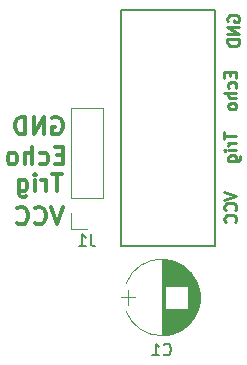
<source format=gbr>
G04 #@! TF.GenerationSoftware,KiCad,Pcbnew,(5.0.2)-1*
G04 #@! TF.CreationDate,2019-06-10T20:52:18+01:00*
G04 #@! TF.ProjectId,ultrasound_adapter,756c7472-6173-46f7-956e-645f61646170,rev?*
G04 #@! TF.SameCoordinates,Original*
G04 #@! TF.FileFunction,Legend,Bot*
G04 #@! TF.FilePolarity,Positive*
%FSLAX46Y46*%
G04 Gerber Fmt 4.6, Leading zero omitted, Abs format (unit mm)*
G04 Created by KiCad (PCBNEW (5.0.2)-1) date 10/06/2019 20:52:18*
%MOMM*%
%LPD*%
G01*
G04 APERTURE LIST*
%ADD10C,0.250000*%
%ADD11C,0.300000*%
%ADD12C,0.120000*%
%ADD13C,0.150000*%
G04 APERTURE END LIST*
D10*
X136914000Y-50800095D02*
X136866380Y-50704857D01*
X136866380Y-50562000D01*
X136914000Y-50419142D01*
X137009238Y-50323904D01*
X137104476Y-50276285D01*
X137294952Y-50228666D01*
X137437809Y-50228666D01*
X137628285Y-50276285D01*
X137723523Y-50323904D01*
X137818761Y-50419142D01*
X137866380Y-50562000D01*
X137866380Y-50657238D01*
X137818761Y-50800095D01*
X137771142Y-50847714D01*
X137437809Y-50847714D01*
X137437809Y-50657238D01*
X137866380Y-51276285D02*
X136866380Y-51276285D01*
X137866380Y-51847714D01*
X136866380Y-51847714D01*
X137866380Y-52323904D02*
X136866380Y-52323904D01*
X136866380Y-52562000D01*
X136914000Y-52704857D01*
X137009238Y-52800095D01*
X137104476Y-52847714D01*
X137294952Y-52895333D01*
X137437809Y-52895333D01*
X137628285Y-52847714D01*
X137723523Y-52800095D01*
X137818761Y-52704857D01*
X137866380Y-52562000D01*
X137866380Y-52323904D01*
X137088571Y-55094380D02*
X137088571Y-55427714D01*
X137612380Y-55570571D02*
X137612380Y-55094380D01*
X136612380Y-55094380D01*
X136612380Y-55570571D01*
X137564761Y-56427714D02*
X137612380Y-56332476D01*
X137612380Y-56142000D01*
X137564761Y-56046761D01*
X137517142Y-55999142D01*
X137421904Y-55951523D01*
X137136190Y-55951523D01*
X137040952Y-55999142D01*
X136993333Y-56046761D01*
X136945714Y-56142000D01*
X136945714Y-56332476D01*
X136993333Y-56427714D01*
X137612380Y-56856285D02*
X136612380Y-56856285D01*
X137612380Y-57284857D02*
X137088571Y-57284857D01*
X136993333Y-57237238D01*
X136945714Y-57142000D01*
X136945714Y-56999142D01*
X136993333Y-56903904D01*
X137040952Y-56856285D01*
X137612380Y-57903904D02*
X137564761Y-57808666D01*
X137517142Y-57761047D01*
X137421904Y-57713428D01*
X137136190Y-57713428D01*
X137040952Y-57761047D01*
X136993333Y-57808666D01*
X136945714Y-57903904D01*
X136945714Y-58046761D01*
X136993333Y-58142000D01*
X137040952Y-58189619D01*
X137136190Y-58237238D01*
X137421904Y-58237238D01*
X137517142Y-58189619D01*
X137564761Y-58142000D01*
X137612380Y-58046761D01*
X137612380Y-57903904D01*
X136612380Y-60182285D02*
X136612380Y-60753714D01*
X137612380Y-60468000D02*
X136612380Y-60468000D01*
X137612380Y-61087047D02*
X136945714Y-61087047D01*
X137136190Y-61087047D02*
X137040952Y-61134666D01*
X136993333Y-61182285D01*
X136945714Y-61277523D01*
X136945714Y-61372761D01*
X137612380Y-61706095D02*
X136945714Y-61706095D01*
X136612380Y-61706095D02*
X136660000Y-61658476D01*
X136707619Y-61706095D01*
X136660000Y-61753714D01*
X136612380Y-61706095D01*
X136707619Y-61706095D01*
X136945714Y-62610857D02*
X137755238Y-62610857D01*
X137850476Y-62563238D01*
X137898095Y-62515619D01*
X137945714Y-62420380D01*
X137945714Y-62277523D01*
X137898095Y-62182285D01*
X137564761Y-62610857D02*
X137612380Y-62515619D01*
X137612380Y-62325142D01*
X137564761Y-62229904D01*
X137517142Y-62182285D01*
X137421904Y-62134666D01*
X137136190Y-62134666D01*
X137040952Y-62182285D01*
X136993333Y-62229904D01*
X136945714Y-62325142D01*
X136945714Y-62515619D01*
X136993333Y-62610857D01*
X136612380Y-65214666D02*
X137612380Y-65548000D01*
X136612380Y-65881333D01*
X137517142Y-66786095D02*
X137564761Y-66738476D01*
X137612380Y-66595619D01*
X137612380Y-66500380D01*
X137564761Y-66357523D01*
X137469523Y-66262285D01*
X137374285Y-66214666D01*
X137183809Y-66167047D01*
X137040952Y-66167047D01*
X136850476Y-66214666D01*
X136755238Y-66262285D01*
X136660000Y-66357523D01*
X136612380Y-66500380D01*
X136612380Y-66595619D01*
X136660000Y-66738476D01*
X136707619Y-66786095D01*
X137517142Y-67786095D02*
X137564761Y-67738476D01*
X137612380Y-67595619D01*
X137612380Y-67500380D01*
X137564761Y-67357523D01*
X137469523Y-67262285D01*
X137374285Y-67214666D01*
X137183809Y-67167047D01*
X137040952Y-67167047D01*
X136850476Y-67214666D01*
X136755238Y-67262285D01*
X136660000Y-67357523D01*
X136612380Y-67500380D01*
X136612380Y-67595619D01*
X136660000Y-67738476D01*
X136707619Y-67786095D01*
D11*
X122046857Y-58940000D02*
X122189714Y-58868571D01*
X122404000Y-58868571D01*
X122618285Y-58940000D01*
X122761142Y-59082857D01*
X122832571Y-59225714D01*
X122904000Y-59511428D01*
X122904000Y-59725714D01*
X122832571Y-60011428D01*
X122761142Y-60154285D01*
X122618285Y-60297142D01*
X122404000Y-60368571D01*
X122261142Y-60368571D01*
X122046857Y-60297142D01*
X121975428Y-60225714D01*
X121975428Y-59725714D01*
X122261142Y-59725714D01*
X121332571Y-60368571D02*
X121332571Y-58868571D01*
X120475428Y-60368571D01*
X120475428Y-58868571D01*
X119761142Y-60368571D02*
X119761142Y-58868571D01*
X119404000Y-58868571D01*
X119189714Y-58940000D01*
X119046857Y-59082857D01*
X118975428Y-59225714D01*
X118904000Y-59511428D01*
X118904000Y-59725714D01*
X118975428Y-60011428D01*
X119046857Y-60154285D01*
X119189714Y-60297142D01*
X119404000Y-60368571D01*
X119761142Y-60368571D01*
X122971428Y-62122857D02*
X122471428Y-62122857D01*
X122257142Y-62908571D02*
X122971428Y-62908571D01*
X122971428Y-61408571D01*
X122257142Y-61408571D01*
X120971428Y-62837142D02*
X121114285Y-62908571D01*
X121400000Y-62908571D01*
X121542857Y-62837142D01*
X121614285Y-62765714D01*
X121685714Y-62622857D01*
X121685714Y-62194285D01*
X121614285Y-62051428D01*
X121542857Y-61980000D01*
X121400000Y-61908571D01*
X121114285Y-61908571D01*
X120971428Y-61980000D01*
X120328571Y-62908571D02*
X120328571Y-61408571D01*
X119685714Y-62908571D02*
X119685714Y-62122857D01*
X119757142Y-61980000D01*
X119900000Y-61908571D01*
X120114285Y-61908571D01*
X120257142Y-61980000D01*
X120328571Y-62051428D01*
X118757142Y-62908571D02*
X118900000Y-62837142D01*
X118971428Y-62765714D01*
X119042857Y-62622857D01*
X119042857Y-62194285D01*
X118971428Y-62051428D01*
X118900000Y-61980000D01*
X118757142Y-61908571D01*
X118542857Y-61908571D01*
X118400000Y-61980000D01*
X118328571Y-62051428D01*
X118257142Y-62194285D01*
X118257142Y-62622857D01*
X118328571Y-62765714D01*
X118400000Y-62837142D01*
X118542857Y-62908571D01*
X118757142Y-62908571D01*
X122832571Y-63694571D02*
X121975428Y-63694571D01*
X122404000Y-65194571D02*
X122404000Y-63694571D01*
X121475428Y-65194571D02*
X121475428Y-64194571D01*
X121475428Y-64480285D02*
X121404000Y-64337428D01*
X121332571Y-64266000D01*
X121189714Y-64194571D01*
X121046857Y-64194571D01*
X120546857Y-65194571D02*
X120546857Y-64194571D01*
X120546857Y-63694571D02*
X120618285Y-63766000D01*
X120546857Y-63837428D01*
X120475428Y-63766000D01*
X120546857Y-63694571D01*
X120546857Y-63837428D01*
X119189714Y-64194571D02*
X119189714Y-65408857D01*
X119261142Y-65551714D01*
X119332571Y-65623142D01*
X119475428Y-65694571D01*
X119689714Y-65694571D01*
X119832571Y-65623142D01*
X119189714Y-65123142D02*
X119332571Y-65194571D01*
X119618285Y-65194571D01*
X119761142Y-65123142D01*
X119832571Y-65051714D01*
X119904000Y-64908857D01*
X119904000Y-64480285D01*
X119832571Y-64337428D01*
X119761142Y-64266000D01*
X119618285Y-64194571D01*
X119332571Y-64194571D01*
X119189714Y-64266000D01*
X122904000Y-66488571D02*
X122404000Y-67988571D01*
X121904000Y-66488571D01*
X120546857Y-67845714D02*
X120618285Y-67917142D01*
X120832571Y-67988571D01*
X120975428Y-67988571D01*
X121189714Y-67917142D01*
X121332571Y-67774285D01*
X121404000Y-67631428D01*
X121475428Y-67345714D01*
X121475428Y-67131428D01*
X121404000Y-66845714D01*
X121332571Y-66702857D01*
X121189714Y-66560000D01*
X120975428Y-66488571D01*
X120832571Y-66488571D01*
X120618285Y-66560000D01*
X120546857Y-66631428D01*
X119046857Y-67845714D02*
X119118285Y-67917142D01*
X119332571Y-67988571D01*
X119475428Y-67988571D01*
X119689714Y-67917142D01*
X119832571Y-67774285D01*
X119904000Y-67631428D01*
X119975428Y-67345714D01*
X119975428Y-67131428D01*
X119904000Y-66845714D01*
X119832571Y-66702857D01*
X119689714Y-66560000D01*
X119475428Y-66488571D01*
X119332571Y-66488571D01*
X119118285Y-66560000D01*
X119046857Y-66631428D01*
D12*
G04 #@! TO.C,C1*
X134315820Y-75347136D02*
G75*
G02X128280518Y-75348000I-3017820J1179136D01*
G01*
X134315820Y-72988864D02*
G75*
G03X128280518Y-72988000I-3017820J-1179136D01*
G01*
X134315820Y-72988864D02*
G75*
G02X134315482Y-75348000I-3017820J-1179136D01*
G01*
X131298000Y-77368000D02*
X131298000Y-70968000D01*
X131338000Y-77368000D02*
X131338000Y-70968000D01*
X131378000Y-77368000D02*
X131378000Y-70968000D01*
X131418000Y-77366000D02*
X131418000Y-70970000D01*
X131458000Y-77365000D02*
X131458000Y-70971000D01*
X131498000Y-77362000D02*
X131498000Y-70974000D01*
X131538000Y-77360000D02*
X131538000Y-70976000D01*
X131578000Y-77356000D02*
X131578000Y-75148000D01*
X131578000Y-73188000D02*
X131578000Y-70980000D01*
X131618000Y-77353000D02*
X131618000Y-75148000D01*
X131618000Y-73188000D02*
X131618000Y-70983000D01*
X131658000Y-77348000D02*
X131658000Y-75148000D01*
X131658000Y-73188000D02*
X131658000Y-70988000D01*
X131698000Y-77344000D02*
X131698000Y-75148000D01*
X131698000Y-73188000D02*
X131698000Y-70992000D01*
X131738000Y-77338000D02*
X131738000Y-75148000D01*
X131738000Y-73188000D02*
X131738000Y-70998000D01*
X131778000Y-77333000D02*
X131778000Y-75148000D01*
X131778000Y-73188000D02*
X131778000Y-71003000D01*
X131818000Y-77326000D02*
X131818000Y-75148000D01*
X131818000Y-73188000D02*
X131818000Y-71010000D01*
X131858000Y-77320000D02*
X131858000Y-75148000D01*
X131858000Y-73188000D02*
X131858000Y-71016000D01*
X131898000Y-77312000D02*
X131898000Y-75148000D01*
X131898000Y-73188000D02*
X131898000Y-71024000D01*
X131938000Y-77305000D02*
X131938000Y-75148000D01*
X131938000Y-73188000D02*
X131938000Y-71031000D01*
X131978000Y-77296000D02*
X131978000Y-75148000D01*
X131978000Y-73188000D02*
X131978000Y-71040000D01*
X132019000Y-77287000D02*
X132019000Y-75148000D01*
X132019000Y-73188000D02*
X132019000Y-71049000D01*
X132059000Y-77278000D02*
X132059000Y-75148000D01*
X132059000Y-73188000D02*
X132059000Y-71058000D01*
X132099000Y-77268000D02*
X132099000Y-75148000D01*
X132099000Y-73188000D02*
X132099000Y-71068000D01*
X132139000Y-77258000D02*
X132139000Y-75148000D01*
X132139000Y-73188000D02*
X132139000Y-71078000D01*
X132179000Y-77247000D02*
X132179000Y-75148000D01*
X132179000Y-73188000D02*
X132179000Y-71089000D01*
X132219000Y-77235000D02*
X132219000Y-75148000D01*
X132219000Y-73188000D02*
X132219000Y-71101000D01*
X132259000Y-77223000D02*
X132259000Y-75148000D01*
X132259000Y-73188000D02*
X132259000Y-71113000D01*
X132299000Y-77210000D02*
X132299000Y-75148000D01*
X132299000Y-73188000D02*
X132299000Y-71126000D01*
X132339000Y-77197000D02*
X132339000Y-75148000D01*
X132339000Y-73188000D02*
X132339000Y-71139000D01*
X132379000Y-77183000D02*
X132379000Y-75148000D01*
X132379000Y-73188000D02*
X132379000Y-71153000D01*
X132419000Y-77169000D02*
X132419000Y-75148000D01*
X132419000Y-73188000D02*
X132419000Y-71167000D01*
X132459000Y-77154000D02*
X132459000Y-75148000D01*
X132459000Y-73188000D02*
X132459000Y-71182000D01*
X132499000Y-77138000D02*
X132499000Y-75148000D01*
X132499000Y-73188000D02*
X132499000Y-71198000D01*
X132539000Y-77122000D02*
X132539000Y-75148000D01*
X132539000Y-73188000D02*
X132539000Y-71214000D01*
X132579000Y-77105000D02*
X132579000Y-75148000D01*
X132579000Y-73188000D02*
X132579000Y-71231000D01*
X132619000Y-77087000D02*
X132619000Y-75148000D01*
X132619000Y-73188000D02*
X132619000Y-71249000D01*
X132659000Y-77069000D02*
X132659000Y-75148000D01*
X132659000Y-73188000D02*
X132659000Y-71267000D01*
X132699000Y-77050000D02*
X132699000Y-75148000D01*
X132699000Y-73188000D02*
X132699000Y-71286000D01*
X132739000Y-77031000D02*
X132739000Y-75148000D01*
X132739000Y-73188000D02*
X132739000Y-71305000D01*
X132779000Y-77011000D02*
X132779000Y-75148000D01*
X132779000Y-73188000D02*
X132779000Y-71325000D01*
X132819000Y-76990000D02*
X132819000Y-75148000D01*
X132819000Y-73188000D02*
X132819000Y-71346000D01*
X132859000Y-76968000D02*
X132859000Y-75148000D01*
X132859000Y-73188000D02*
X132859000Y-71368000D01*
X132899000Y-76946000D02*
X132899000Y-75148000D01*
X132899000Y-73188000D02*
X132899000Y-71390000D01*
X132939000Y-76923000D02*
X132939000Y-75148000D01*
X132939000Y-73188000D02*
X132939000Y-71413000D01*
X132979000Y-76899000D02*
X132979000Y-75148000D01*
X132979000Y-73188000D02*
X132979000Y-71437000D01*
X133019000Y-76874000D02*
X133019000Y-75148000D01*
X133019000Y-73188000D02*
X133019000Y-71462000D01*
X133059000Y-76849000D02*
X133059000Y-75148000D01*
X133059000Y-73188000D02*
X133059000Y-71487000D01*
X133099000Y-76822000D02*
X133099000Y-75148000D01*
X133099000Y-73188000D02*
X133099000Y-71514000D01*
X133139000Y-76795000D02*
X133139000Y-75148000D01*
X133139000Y-73188000D02*
X133139000Y-71541000D01*
X133179000Y-76767000D02*
X133179000Y-75148000D01*
X133179000Y-73188000D02*
X133179000Y-71569000D01*
X133219000Y-76738000D02*
X133219000Y-75148000D01*
X133219000Y-73188000D02*
X133219000Y-71598000D01*
X133259000Y-76708000D02*
X133259000Y-75148000D01*
X133259000Y-73188000D02*
X133259000Y-71628000D01*
X133299000Y-76678000D02*
X133299000Y-75148000D01*
X133299000Y-73188000D02*
X133299000Y-71658000D01*
X133339000Y-76646000D02*
X133339000Y-75148000D01*
X133339000Y-73188000D02*
X133339000Y-71690000D01*
X133379000Y-76613000D02*
X133379000Y-75148000D01*
X133379000Y-73188000D02*
X133379000Y-71723000D01*
X133419000Y-76579000D02*
X133419000Y-75148000D01*
X133419000Y-73188000D02*
X133419000Y-71757000D01*
X133459000Y-76543000D02*
X133459000Y-75148000D01*
X133459000Y-73188000D02*
X133459000Y-71793000D01*
X133499000Y-76507000D02*
X133499000Y-75148000D01*
X133499000Y-73188000D02*
X133499000Y-71829000D01*
X133539000Y-76469000D02*
X133539000Y-71867000D01*
X133579000Y-76430000D02*
X133579000Y-71906000D01*
X133619000Y-76390000D02*
X133619000Y-71946000D01*
X133659000Y-76348000D02*
X133659000Y-71988000D01*
X133699000Y-76305000D02*
X133699000Y-72031000D01*
X133739000Y-76260000D02*
X133739000Y-72076000D01*
X133779000Y-76213000D02*
X133779000Y-72123000D01*
X133819000Y-76165000D02*
X133819000Y-72171000D01*
X133859000Y-76114000D02*
X133859000Y-72222000D01*
X133899000Y-76062000D02*
X133899000Y-72274000D01*
X133939000Y-76007000D02*
X133939000Y-72329000D01*
X133979000Y-75949000D02*
X133979000Y-72387000D01*
X134019000Y-75889000D02*
X134019000Y-72447000D01*
X134059000Y-75826000D02*
X134059000Y-72510000D01*
X134099000Y-75759000D02*
X134099000Y-72577000D01*
X134139000Y-75688000D02*
X134139000Y-72648000D01*
X134179000Y-75613000D02*
X134179000Y-72723000D01*
X134219000Y-75532000D02*
X134219000Y-72804000D01*
X134259000Y-75446000D02*
X134259000Y-72890000D01*
X134299000Y-75352000D02*
X134299000Y-72984000D01*
X134339000Y-75249000D02*
X134339000Y-73087000D01*
X134379000Y-75134000D02*
X134379000Y-73202000D01*
X134419000Y-75002000D02*
X134419000Y-73334000D01*
X134459000Y-74844000D02*
X134459000Y-73492000D01*
X134499000Y-74636000D02*
X134499000Y-73700000D01*
X127848000Y-74168000D02*
X129048000Y-74168000D01*
X128448000Y-74818000D02*
X128448000Y-73518000D01*
G04 #@! TO.C,J1*
X123638000Y-68386000D02*
X124968000Y-68386000D01*
X123638000Y-67056000D02*
X123638000Y-68386000D01*
X126298000Y-65786000D02*
X123638000Y-65786000D01*
X126298000Y-58106000D02*
X126298000Y-65786000D01*
X123638000Y-58106000D02*
X126298000Y-58106000D01*
X123638000Y-65786000D02*
X123638000Y-58106000D01*
D13*
G04 #@! TO.C,J2*
X127826000Y-69810000D02*
X127826000Y-49810000D01*
X135826000Y-69810000D02*
X127826000Y-69810000D01*
X135826000Y-49810000D02*
X135826000Y-69810000D01*
X127826000Y-49810000D02*
X135826000Y-49810000D01*
G04 #@! TO.C,C1*
X131464666Y-78985142D02*
X131512285Y-79032761D01*
X131655142Y-79080380D01*
X131750380Y-79080380D01*
X131893238Y-79032761D01*
X131988476Y-78937523D01*
X132036095Y-78842285D01*
X132083714Y-78651809D01*
X132083714Y-78508952D01*
X132036095Y-78318476D01*
X131988476Y-78223238D01*
X131893238Y-78128000D01*
X131750380Y-78080380D01*
X131655142Y-78080380D01*
X131512285Y-78128000D01*
X131464666Y-78175619D01*
X130512285Y-79080380D02*
X131083714Y-79080380D01*
X130798000Y-79080380D02*
X130798000Y-78080380D01*
X130893238Y-78223238D01*
X130988476Y-78318476D01*
X131083714Y-78366095D01*
G04 #@! TO.C,J1*
X125301333Y-68838380D02*
X125301333Y-69552666D01*
X125348952Y-69695523D01*
X125444190Y-69790761D01*
X125587047Y-69838380D01*
X125682285Y-69838380D01*
X124301333Y-69838380D02*
X124872761Y-69838380D01*
X124587047Y-69838380D02*
X124587047Y-68838380D01*
X124682285Y-68981238D01*
X124777523Y-69076476D01*
X124872761Y-69124095D01*
G04 #@! TD*
M02*

</source>
